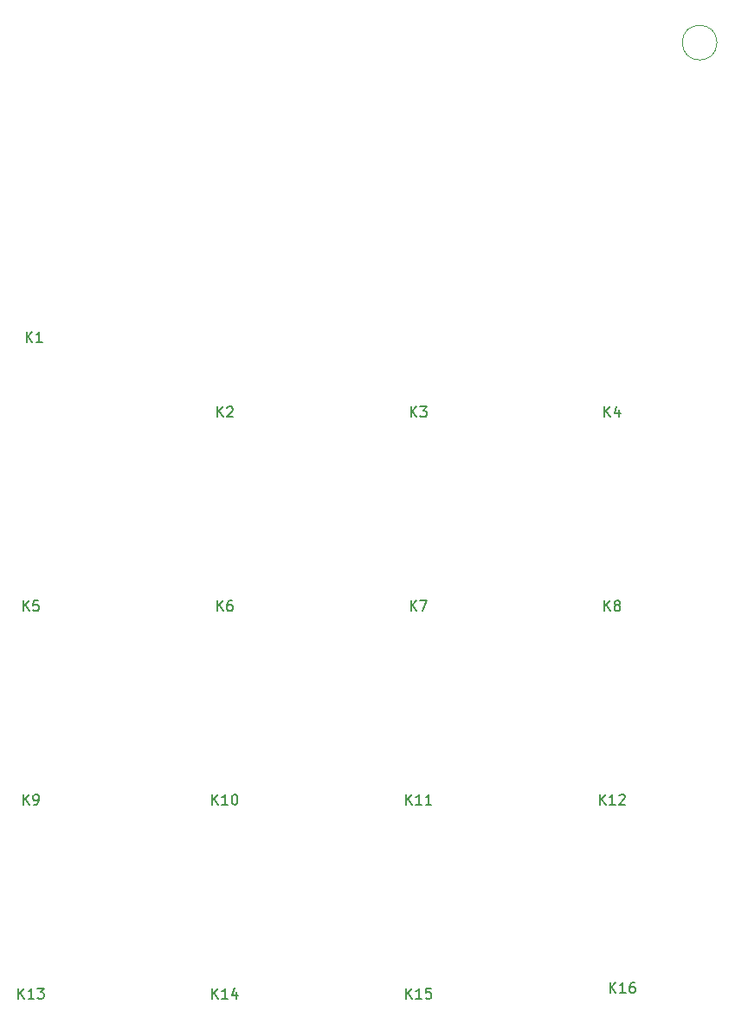
<source format=gto>
%TF.GenerationSoftware,KiCad,Pcbnew,5.99.0-unknown-48521774cd~131~ubuntu20.04.1*%
%TF.CreationDate,2021-08-15T22:43:00-07:00*%
%TF.ProjectId,keyboard MKI,6b657962-6f61-4726-9420-4d4b492e6b69,rev?*%
%TF.SameCoordinates,Original*%
%TF.FileFunction,Legend,Top*%
%TF.FilePolarity,Positive*%
%FSLAX46Y46*%
G04 Gerber Fmt 4.6, Leading zero omitted, Abs format (unit mm)*
G04 Created by KiCad (PCBNEW 5.99.0-unknown-48521774cd~131~ubuntu20.04.1) date 2021-08-15 22:43:00*
%MOMM*%
%LPD*%
G01*
G04 APERTURE LIST*
%ADD10C,0.150000*%
%ADD11C,0.200000*%
%ADD12C,0.120000*%
G04 APERTURE END LIST*
D10*
%TO.C,*%
D11*
%TO.C,K16*%
X132725714Y-133857580D02*
X132725714Y-132857580D01*
X133297142Y-133857580D02*
X132868571Y-133286152D01*
X133297142Y-132857580D02*
X132725714Y-133429009D01*
X134249523Y-133857580D02*
X133678095Y-133857580D01*
X133963809Y-133857580D02*
X133963809Y-132857580D01*
X133868571Y-133000438D01*
X133773333Y-133095676D01*
X133678095Y-133143295D01*
X135106666Y-132857580D02*
X134916190Y-132857580D01*
X134820952Y-132905200D01*
X134773333Y-132952819D01*
X134678095Y-133095676D01*
X134630476Y-133286152D01*
X134630476Y-133667104D01*
X134678095Y-133762342D01*
X134725714Y-133809961D01*
X134820952Y-133857580D01*
X135011428Y-133857580D01*
X135106666Y-133809961D01*
X135154285Y-133762342D01*
X135201904Y-133667104D01*
X135201904Y-133429009D01*
X135154285Y-133333771D01*
X135106666Y-133286152D01*
X135011428Y-133238533D01*
X134820952Y-133238533D01*
X134725714Y-133286152D01*
X134678095Y-133333771D01*
X134630476Y-133429009D01*
%TO.C,K15*%
X112785714Y-134430080D02*
X112785714Y-133430080D01*
X113357142Y-134430080D02*
X112928571Y-133858652D01*
X113357142Y-133430080D02*
X112785714Y-134001509D01*
X114309523Y-134430080D02*
X113738095Y-134430080D01*
X114023809Y-134430080D02*
X114023809Y-133430080D01*
X113928571Y-133572938D01*
X113833333Y-133668176D01*
X113738095Y-133715795D01*
X115214285Y-133430080D02*
X114738095Y-133430080D01*
X114690476Y-133906271D01*
X114738095Y-133858652D01*
X114833333Y-133811033D01*
X115071428Y-133811033D01*
X115166666Y-133858652D01*
X115214285Y-133906271D01*
X115261904Y-134001509D01*
X115261904Y-134239604D01*
X115214285Y-134334842D01*
X115166666Y-134382461D01*
X115071428Y-134430080D01*
X114833333Y-134430080D01*
X114738095Y-134382461D01*
X114690476Y-134334842D01*
%TO.C,K14*%
X93837314Y-134430080D02*
X93837314Y-133430080D01*
X94408742Y-134430080D02*
X93980171Y-133858652D01*
X94408742Y-133430080D02*
X93837314Y-134001509D01*
X95361123Y-134430080D02*
X94789695Y-134430080D01*
X95075409Y-134430080D02*
X95075409Y-133430080D01*
X94980171Y-133572938D01*
X94884933Y-133668176D01*
X94789695Y-133715795D01*
X96218266Y-133763414D02*
X96218266Y-134430080D01*
X95980171Y-133382461D02*
X95742076Y-134096747D01*
X96361123Y-134096747D01*
%TO.C,K13*%
X74888914Y-134430080D02*
X74888914Y-133430080D01*
X75460342Y-134430080D02*
X75031771Y-133858652D01*
X75460342Y-133430080D02*
X74888914Y-134001509D01*
X76412723Y-134430080D02*
X75841295Y-134430080D01*
X76127009Y-134430080D02*
X76127009Y-133430080D01*
X76031771Y-133572938D01*
X75936533Y-133668176D01*
X75841295Y-133715795D01*
X76746057Y-133430080D02*
X77365104Y-133430080D01*
X77031771Y-133811033D01*
X77174628Y-133811033D01*
X77269866Y-133858652D01*
X77317485Y-133906271D01*
X77365104Y-134001509D01*
X77365104Y-134239604D01*
X77317485Y-134334842D01*
X77269866Y-134382461D01*
X77174628Y-134430080D01*
X76888914Y-134430080D01*
X76793676Y-134382461D01*
X76746057Y-134334842D01*
%TO.C,K12*%
X131734114Y-115481680D02*
X131734114Y-114481680D01*
X132305542Y-115481680D02*
X131876971Y-114910252D01*
X132305542Y-114481680D02*
X131734114Y-115053109D01*
X133257923Y-115481680D02*
X132686495Y-115481680D01*
X132972209Y-115481680D02*
X132972209Y-114481680D01*
X132876971Y-114624538D01*
X132781733Y-114719776D01*
X132686495Y-114767395D01*
X133638876Y-114576919D02*
X133686495Y-114529300D01*
X133781733Y-114481680D01*
X134019828Y-114481680D01*
X134115066Y-114529300D01*
X134162685Y-114576919D01*
X134210304Y-114672157D01*
X134210304Y-114767395D01*
X134162685Y-114910252D01*
X133591257Y-115481680D01*
X134210304Y-115481680D01*
%TO.C,K11*%
X112785714Y-115481680D02*
X112785714Y-114481680D01*
X113357142Y-115481680D02*
X112928571Y-114910252D01*
X113357142Y-114481680D02*
X112785714Y-115053109D01*
X114309523Y-115481680D02*
X113738095Y-115481680D01*
X114023809Y-115481680D02*
X114023809Y-114481680D01*
X113928571Y-114624538D01*
X113833333Y-114719776D01*
X113738095Y-114767395D01*
X115261904Y-115481680D02*
X114690476Y-115481680D01*
X114976190Y-115481680D02*
X114976190Y-114481680D01*
X114880952Y-114624538D01*
X114785714Y-114719776D01*
X114690476Y-114767395D01*
%TO.C,K10*%
X93837314Y-115481680D02*
X93837314Y-114481680D01*
X94408742Y-115481680D02*
X93980171Y-114910252D01*
X94408742Y-114481680D02*
X93837314Y-115053109D01*
X95361123Y-115481680D02*
X94789695Y-115481680D01*
X95075409Y-115481680D02*
X95075409Y-114481680D01*
X94980171Y-114624538D01*
X94884933Y-114719776D01*
X94789695Y-114767395D01*
X95980171Y-114481680D02*
X96075409Y-114481680D01*
X96170647Y-114529300D01*
X96218266Y-114576919D01*
X96265885Y-114672157D01*
X96313504Y-114862633D01*
X96313504Y-115100728D01*
X96265885Y-115291204D01*
X96218266Y-115386442D01*
X96170647Y-115434061D01*
X96075409Y-115481680D01*
X95980171Y-115481680D01*
X95884933Y-115434061D01*
X95837314Y-115386442D01*
X95789695Y-115291204D01*
X95742076Y-115100728D01*
X95742076Y-114862633D01*
X95789695Y-114672157D01*
X95837314Y-114576919D01*
X95884933Y-114529300D01*
X95980171Y-114481680D01*
%TO.C,K9*%
X75365104Y-115481680D02*
X75365104Y-114481680D01*
X75936533Y-115481680D02*
X75507961Y-114910252D01*
X75936533Y-114481680D02*
X75365104Y-115053109D01*
X76412723Y-115481680D02*
X76603200Y-115481680D01*
X76698438Y-115434061D01*
X76746057Y-115386442D01*
X76841295Y-115243585D01*
X76888914Y-115053109D01*
X76888914Y-114672157D01*
X76841295Y-114576919D01*
X76793676Y-114529300D01*
X76698438Y-114481680D01*
X76507961Y-114481680D01*
X76412723Y-114529300D01*
X76365104Y-114576919D01*
X76317485Y-114672157D01*
X76317485Y-114910252D01*
X76365104Y-115005490D01*
X76412723Y-115053109D01*
X76507961Y-115100728D01*
X76698438Y-115100728D01*
X76793676Y-115053109D01*
X76841295Y-115005490D01*
X76888914Y-114910252D01*
%TO.C,K8*%
X132210304Y-96533280D02*
X132210304Y-95533280D01*
X132781733Y-96533280D02*
X132353161Y-95961852D01*
X132781733Y-95533280D02*
X132210304Y-96104709D01*
X133353161Y-95961852D02*
X133257923Y-95914233D01*
X133210304Y-95866614D01*
X133162685Y-95771376D01*
X133162685Y-95723757D01*
X133210304Y-95628519D01*
X133257923Y-95580900D01*
X133353161Y-95533280D01*
X133543638Y-95533280D01*
X133638876Y-95580900D01*
X133686495Y-95628519D01*
X133734114Y-95723757D01*
X133734114Y-95771376D01*
X133686495Y-95866614D01*
X133638876Y-95914233D01*
X133543638Y-95961852D01*
X133353161Y-95961852D01*
X133257923Y-96009471D01*
X133210304Y-96057090D01*
X133162685Y-96152328D01*
X133162685Y-96342804D01*
X133210304Y-96438042D01*
X133257923Y-96485661D01*
X133353161Y-96533280D01*
X133543638Y-96533280D01*
X133638876Y-96485661D01*
X133686495Y-96438042D01*
X133734114Y-96342804D01*
X133734114Y-96152328D01*
X133686495Y-96057090D01*
X133638876Y-96009471D01*
X133543638Y-95961852D01*
%TO.C,K7*%
X113261904Y-96533280D02*
X113261904Y-95533280D01*
X113833333Y-96533280D02*
X113404761Y-95961852D01*
X113833333Y-95533280D02*
X113261904Y-96104709D01*
X114166666Y-95533280D02*
X114833333Y-95533280D01*
X114404761Y-96533280D01*
%TO.C,K6*%
X94313504Y-96533280D02*
X94313504Y-95533280D01*
X94884933Y-96533280D02*
X94456361Y-95961852D01*
X94884933Y-95533280D02*
X94313504Y-96104709D01*
X95742076Y-95533280D02*
X95551600Y-95533280D01*
X95456361Y-95580900D01*
X95408742Y-95628519D01*
X95313504Y-95771376D01*
X95265885Y-95961852D01*
X95265885Y-96342804D01*
X95313504Y-96438042D01*
X95361123Y-96485661D01*
X95456361Y-96533280D01*
X95646838Y-96533280D01*
X95742076Y-96485661D01*
X95789695Y-96438042D01*
X95837314Y-96342804D01*
X95837314Y-96104709D01*
X95789695Y-96009471D01*
X95742076Y-95961852D01*
X95646838Y-95914233D01*
X95456361Y-95914233D01*
X95361123Y-95961852D01*
X95313504Y-96009471D01*
X95265885Y-96104709D01*
%TO.C,K5*%
X75365104Y-96533280D02*
X75365104Y-95533280D01*
X75936533Y-96533280D02*
X75507961Y-95961852D01*
X75936533Y-95533280D02*
X75365104Y-96104709D01*
X76841295Y-95533280D02*
X76365104Y-95533280D01*
X76317485Y-96009471D01*
X76365104Y-95961852D01*
X76460342Y-95914233D01*
X76698438Y-95914233D01*
X76793676Y-95961852D01*
X76841295Y-96009471D01*
X76888914Y-96104709D01*
X76888914Y-96342804D01*
X76841295Y-96438042D01*
X76793676Y-96485661D01*
X76698438Y-96533280D01*
X76460342Y-96533280D01*
X76365104Y-96485661D01*
X76317485Y-96438042D01*
%TO.C,K4*%
X132210304Y-77584880D02*
X132210304Y-76584880D01*
X132781733Y-77584880D02*
X132353161Y-77013452D01*
X132781733Y-76584880D02*
X132210304Y-77156309D01*
X133638876Y-76918214D02*
X133638876Y-77584880D01*
X133400780Y-76537261D02*
X133162685Y-77251547D01*
X133781733Y-77251547D01*
%TO.C,K3*%
X113261904Y-77584880D02*
X113261904Y-76584880D01*
X113833333Y-77584880D02*
X113404761Y-77013452D01*
X113833333Y-76584880D02*
X113261904Y-77156309D01*
X114166666Y-76584880D02*
X114785714Y-76584880D01*
X114452380Y-76965833D01*
X114595238Y-76965833D01*
X114690476Y-77013452D01*
X114738095Y-77061071D01*
X114785714Y-77156309D01*
X114785714Y-77394404D01*
X114738095Y-77489642D01*
X114690476Y-77537261D01*
X114595238Y-77584880D01*
X114309523Y-77584880D01*
X114214285Y-77537261D01*
X114166666Y-77489642D01*
%TO.C,K2*%
X94313504Y-77584880D02*
X94313504Y-76584880D01*
X94884933Y-77584880D02*
X94456361Y-77013452D01*
X94884933Y-76584880D02*
X94313504Y-77156309D01*
X95265885Y-76680119D02*
X95313504Y-76632500D01*
X95408742Y-76584880D01*
X95646838Y-76584880D01*
X95742076Y-76632500D01*
X95789695Y-76680119D01*
X95837314Y-76775357D01*
X95837314Y-76870595D01*
X95789695Y-77013452D01*
X95218266Y-77584880D01*
X95837314Y-77584880D01*
%TO.C,K1*%
X75661904Y-70252380D02*
X75661904Y-69252380D01*
X76233333Y-70252380D02*
X75804761Y-69680952D01*
X76233333Y-69252380D02*
X75661904Y-69823809D01*
X77185714Y-70252380D02*
X76614285Y-70252380D01*
X76900000Y-70252380D02*
X76900000Y-69252380D01*
X76804761Y-69395238D01*
X76709523Y-69490476D01*
X76614285Y-69538095D01*
D12*
%TO.C,REF\u002A\u002A*%
X143200000Y-41000000D02*
G75*
G03*
X143200000Y-41000000I-1700000J0D01*
G01*
%TD*%
M02*

</source>
